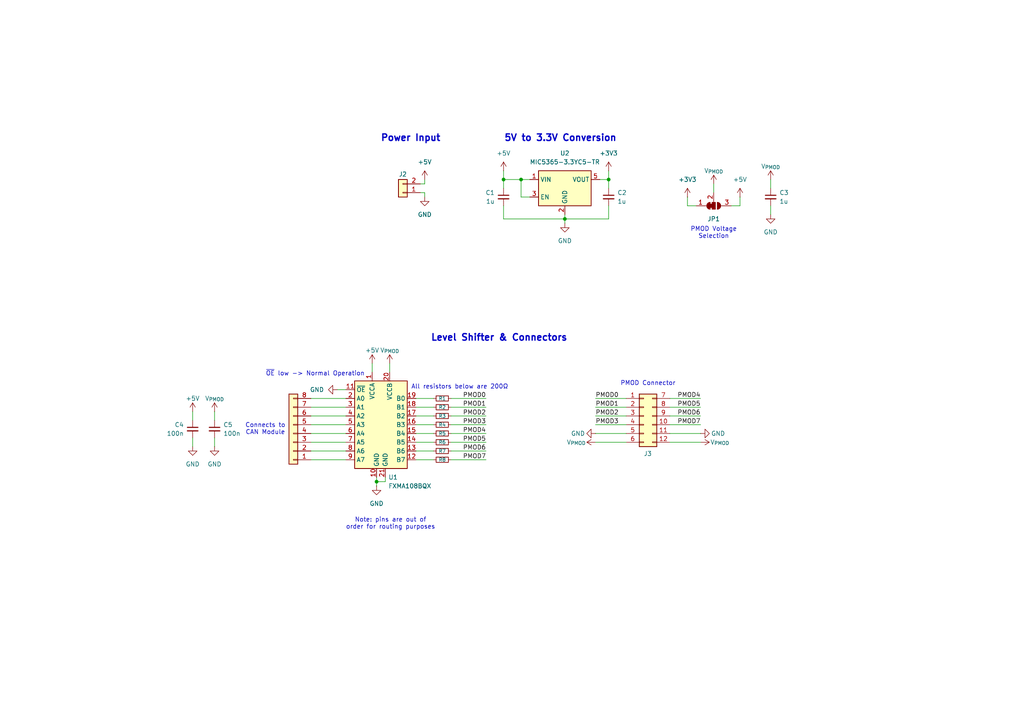
<source format=kicad_sch>
(kicad_sch (version 20250114) (generator "eeschema") (generator_version "9.0")
  (paper "A4")
  (lib_symbols
    (symbol "Connector_Generic:Conn_01x02" (pin_names (offset 1.016) (hide yes))
      (property "Reference" "J" (at 0 2.54 0))
      (property "Value" "Conn_01x02" (at 0 -5.08 0))
      (symbol "Conn_01x02_1_1"
        (rectangle (start -1.27 1.27) (end 1.27 -3.81) (stroke (width 0.254)) (fill (type background)))
        (rectangle (start -1.27 0.127) (end 0 -0.127) (stroke (width 0.1524)))
        (rectangle (start -1.27 -2.413) (end 0 -2.667) (stroke (width 0.1524)))
        (pin passive line (at -5.08 0 0) (length 3.81) (name "Pin_1") (number "1"))
        (pin passive line (at -5.08 -2.54 0) (length 3.81) (name "Pin_2") (number "2"))
      )
    )
    (symbol "Connector_Generic:Conn_01x08" (pin_names (offset 1.016) (hide yes))
      (property "Reference" "J" (at 0 10.16 0))
      (property "Value" "Conn_01x08" (at 0 -12.7 0))
      (symbol "Conn_01x08_1_1"
        (rectangle (start -1.27 8.89) (end 1.27 -11.43) (stroke (width 0.254)) (fill (type background)))
        (rectangle (start -1.27 7.747) (end 0 7.493) (stroke (width 0.1524)))
        (rectangle (start -1.27 5.207) (end 0 4.953) (stroke (width 0.1524)))
        (rectangle (start -1.27 2.667) (end 0 2.413) (stroke (width 0.1524)))
        (rectangle (start -1.27 0.127) (end 0 -0.127) (stroke (width 0.1524)))
        (rectangle (start -1.27 -2.413) (end 0 -2.667) (stroke (width 0.1524)))
        (rectangle (start -1.27 -4.953) (end 0 -5.207) (stroke (width 0.1524)))
        (rectangle (start -1.27 -7.493) (end 0 -7.747) (stroke (width 0.1524)))
        (rectangle (start -1.27 -10.033) (end 0 -10.287) (stroke (width 0.1524)))
        (pin passive line (at -5.08 7.62 0) (length 3.81) (name "Pin_1") (number "1"))
        (pin passive line (at -5.08 5.08 0) (length 3.81) (name "Pin_2") (number "2"))
        (pin passive line (at -5.08 2.54 0) (length 3.81) (name "Pin_3") (number "3"))
        (pin passive line (at -5.08 0 0) (length 3.81) (name "Pin_4") (number "4"))
        (pin passive line (at -5.08 -2.54 0) (length 3.81) (name "Pin_5") (number "5"))
        (pin passive line (at -5.08 -5.08 0) (length 3.81) (name "Pin_6") (number "6"))
        (pin passive line (at -5.08 -7.62 0) (length 3.81) (name "Pin_7") (number "7"))
        (pin passive line (at -5.08 -10.16 0) (length 3.81) (name "Pin_8") (number "8"))
      )
    )
    (symbol "Connector_Generic:Conn_02x06_Top_Bottom" (pin_names (offset 1.016) (hide yes))
      (property "Reference" "J" (at 1.27 7.62 0))
      (property "Value" "Conn_02x06_Top_Bottom" (at 1.27 -10.16 0))
      (symbol "Conn_02x06_Top_Bottom_1_1"
        (rectangle (start -1.27 6.35) (end 3.81 -8.89) (stroke (width 0.254)) (fill (type background)))
        (rectangle (start -1.27 5.207) (end 0 4.953) (stroke (width 0.1524)))
        (rectangle (start -1.27 2.667) (end 0 2.413) (stroke (width 0.1524)))
        (rectangle (start -1.27 0.127) (end 0 -0.127) (stroke (width 0.1524)))
        (rectangle (start -1.27 -2.413) (end 0 -2.667) (stroke (width 0.1524)))
        (rectangle (start -1.27 -4.953) (end 0 -5.207) (stroke (width 0.1524)))
        (rectangle (start -1.27 -7.493) (end 0 -7.747) (stroke (width 0.1524)))
        (rectangle (start 3.81 5.207) (end 2.54 4.953) (stroke (width 0.1524)))
        (rectangle (start 3.81 2.667) (end 2.54 2.413) (stroke (width 0.1524)))
        (rectangle (start 3.81 0.127) (end 2.54 -0.127) (stroke (width 0.1524)))
        (rectangle (start 3.81 -2.413) (end 2.54 -2.667) (stroke (width 0.1524)))
        (rectangle (start 3.81 -4.953) (end 2.54 -5.207) (stroke (width 0.1524)))
        (rectangle (start 3.81 -7.493) (end 2.54 -7.747) (stroke (width 0.1524)))
        (pin passive line (at -5.08 5.08 0) (length 3.81) (name "Pin_1") (number "1"))
        (pin passive line (at -5.08 2.54 0) (length 3.81) (name "Pin_2") (number "2"))
        (pin passive line (at -5.08 0 0) (length 3.81) (name "Pin_3") (number "3"))
        (pin passive line (at -5.08 -2.54 0) (length 3.81) (name "Pin_4") (number "4"))
        (pin passive line (at -5.08 -5.08 0) (length 3.81) (name "Pin_5") (number "5"))
        (pin passive line (at -5.08 -7.62 0) (length 3.81) (name "Pin_6") (number "6"))
        (pin passive line (at 7.62 5.08 180) (length 3.81) (name "Pin_7") (number "7"))
        (pin passive line (at 7.62 2.54 180) (length 3.81) (name "Pin_8") (number "8"))
        (pin passive line (at 7.62 0 180) (length 3.81) (name "Pin_9") (number "9"))
        (pin passive line (at 7.62 -2.54 180) (length 3.81) (name "Pin_10") (number "10"))
        (pin passive line (at 7.62 -5.08 180) (length 3.81) (name "Pin_11") (number "11"))
        (pin passive line (at 7.62 -7.62 180) (length 3.81) (name "Pin_12") (number "12"))
      )
    )
    (symbol "Device:C_Small" (pin_numbers (hide yes)) (pin_names (offset 0.254) (hide yes))
      (property "Reference" "C" (at 0.254 1.778 0))
      (property "Value" "C_Small" (at 0.254 -2.032 0))
      (symbol "C_Small_0_1"
        (polyline (pts (xy -1.524 0.508) (xy 1.524 0.508)) (stroke (width 0.3048)))
        (polyline (pts (xy -1.524 -0.508) (xy 1.524 -0.508)) (stroke (width 0.3302)))
      )
      (symbol "C_Small_1_1"
        (pin passive line (at 0 2.54 270) (length 2.032) (name "~") (number "1"))
        (pin passive line (at 0 -2.54 90) (length 2.032) (name "~") (number "2"))
      )
    )
    (symbol "Device:R_Small" (pin_numbers (hide yes)) (pin_names (offset 0.254) (hide yes))
      (property "Reference" "R" (at 0 0 90))
      (property "Value" "R_Small" (at 1.778 0 90))
      (symbol "R_Small_0_1"
        (rectangle (start -0.762 1.778) (end 0.762 -1.778) (stroke (width 0.2032)))
      )
      (symbol "R_Small_1_1"
        (pin passive line (at 0 2.54 270) (length 0.762) (name "~") (number "1"))
        (pin passive line (at 0 -2.54 90) (length 0.762) (name "~") (number "2"))
      )
    )
    (symbol "Jumper:SolderJumper_3_Bridged12" (pin_names (offset 0) (hide yes)) (in_bom no)
      (property "Reference" "JP" (at -2.54 -2.54 0))
      (property "Value" "SolderJumper_3_Bridged12" (at 0 2.794 0))
      (symbol "SolderJumper_3_Bridged12_0_1"
        (polyline (pts (xy -2.54 0) (xy -2.032 0)))
        (polyline (pts (xy -1.016 1.016) (xy -1.016 -1.016)))
        (rectangle (start -1.016 0.508) (end -0.508 -0.508) (fill (type outline)))
        (arc (start -1.016 -1.016) (mid -2.0276 0) (end -1.016 1.016))
        (arc (start -1.016 -1.016) (mid -2.0276 0) (end -1.016 1.016) (fill (type outline)))
        (rectangle (start -0.508 1.016) (end 0.508 -1.016) (fill (type outline)))
        (polyline (pts (xy 0 -1.27) (xy 0 -1.016)))
        (arc (start 1.016 1.016) (mid 2.0276 0) (end 1.016 -1.016))
        (arc (start 1.016 1.016) (mid 2.0276 0) (end 1.016 -1.016) (fill (type outline)))
        (polyline (pts (xy 1.016 1.016) (xy 1.016 -1.016)))
        (polyline (pts (xy 2.54 0) (xy 2.032 0)))
      )
      (symbol "SolderJumper_3_Bridged12_1_1"
        (pin passive line (at -5.08 0 0) (length 2.54) (name "A") (number "1"))
        (pin passive line (at 0 -3.81 90) (length 2.54) (name "C") (number "2"))
        (pin passive line (at 5.08 0 180) (length 2.54) (name "B") (number "3"))
      )
    )
    (symbol "Logic_LevelTranslator:FXMA108"
      (property "Reference" "U1" (at 2.1433 -15.24 0))
      (property "Value" "FXMA108BQX" (at 2.1433 -17.78 0))
      (symbol "FXMA108_1_1"
        (rectangle (start -7.62 12.7) (end 7.62 -12.7) (stroke (width 0.254)) (fill (type background)))
        (pin input line (at -10.16 10.16 0) (length 2.54) (name "~{OE}") (number "11"))
        (pin bidirectional line (at -10.16 7.62 0) (length 2.54) (name "A0") (number "2"))
        (pin bidirectional line (at -10.16 5.08 0) (length 2.54) (name "A1") (number "3"))
        (pin bidirectional line (at -10.16 2.54 0) (length 2.54) (name "A2") (number "4"))
        (pin bidirectional line (at -10.16 0 0) (length 2.54) (name "A3") (number "5"))
        (pin bidirectional line (at -10.16 -2.54 0) (length 2.54) (name "A4") (number "6"))
        (pin bidirectional line (at -10.16 -5.08 0) (length 2.54) (name "A5") (number "7"))
        (pin bidirectional line (at -10.16 -7.62 0) (length 2.54) (name "A6") (number "8"))
        (pin bidirectional line (at -10.16 -10.16 0) (length 2.54) (name "A7") (number "9"))
        (pin power_in line (at -2.54 15.24 270) (length 2.54) (name "VCCA") (number "1"))
        (pin power_in line (at -1.27 -15.24 90) (length 2.54) (name "GND") (number "10"))
        (pin power_in line (at 1.27 -15.24 90) (length 2.54) (name "GND") (number "21"))
        (pin power_in line (at 2.54 15.24 270) (length 2.54) (name "VCCB") (number "20"))
        (pin no_connect line (at 2.54 -12.7 90) (length 2.54) (hide yes) (name "NC") (number "21"))
        (pin bidirectional line (at 10.16 7.62 180) (length 2.54) (name "B0") (number "19"))
        (pin bidirectional line (at 10.16 5.08 180) (length 2.54) (name "B1") (number "18"))
        (pin bidirectional line (at 10.16 2.54 180) (length 2.54) (name "B2") (number "17"))
        (pin bidirectional line (at 10.16 0 180) (length 2.54) (name "B3") (number "16"))
        (pin bidirectional line (at 10.16 -2.54 180) (length 2.54) (name "B4") (number "15"))
        (pin bidirectional line (at 10.16 -5.08 180) (length 2.54) (name "B5") (number "14"))
        (pin bidirectional line (at 10.16 -7.62 180) (length 2.54) (name "B6") (number "13"))
        (pin bidirectional line (at 10.16 -10.16 180) (length 2.54) (name "B7") (number "12"))
      )
    )
    (symbol "Regulator_Linear:MIC5365-3.3YC5"
      (property "Reference" "U" (at -6.35 6.35 0))
      (property "Value" "MIC5365-3.3YC5" (at 0 6.35 0))
      (symbol "MIC5365-3.3YC5_0_1"
        (rectangle (start -7.62 -5.08) (end 7.62 5.08) (stroke (width 0.254)) (fill (type background)))
      )
      (symbol "MIC5365-3.3YC5_1_1"
        (pin power_in line (at -10.16 2.54 0) (length 2.54) (name "VIN") (number "1"))
        (pin input line (at -10.16 -2.54 0) (length 2.54) (name "EN") (number "3"))
        (pin power_in line (at 0 -7.62 90) (length 2.54) (name "GND") (number "2"))
        (pin no_connect line (at 7.62 -2.54 180) (length 2.54) (hide yes) (name "NC") (number "4"))
        (pin power_out line (at 10.16 2.54 180) (length 2.54) (name "VOUT") (number "5"))
      )
    )
    (symbol "power:+3V3" (power) (pin_numbers (hide yes)) (pin_names (offset 0) (hide yes))
      (property "Value" "+3V3" (at 0 3.556 0))
      (symbol "+3V3_0_1"
        (polyline (pts (xy -0.762 1.27) (xy 0 2.54)))
        (polyline (pts (xy 0 2.54) (xy 0.762 1.27)))
        (polyline (pts (xy 0 0) (xy 0 2.54)))
      )
      (symbol "+3V3_1_1"
        (pin power_in line (at 0 0 90) (length 0) (name "~") (number "1"))
      )
    )
    (symbol "power:+5V" (power) (pin_numbers (hide yes)) (pin_names (offset 0) (hide yes))
      (property "Value" "+5V" (at 0 3.556 0))
      (symbol "+5V_0_1"
        (polyline (pts (xy -0.762 1.27) (xy 0 2.54)))
        (polyline (pts (xy 0 2.54) (xy 0.762 1.27)))
        (polyline (pts (xy 0 0) (xy 0 2.54)))
      )
      (symbol "+5V_1_1"
        (pin power_in line (at 0 0 90) (length 0) (name "~") (number "1"))
      )
    )
    (symbol "power:GND" (power) (pin_numbers (hide yes)) (pin_names (offset 0) (hide yes))
      (property "Value" "GND" (at 0 -3.81 0))
      (symbol "GND_0_1"
        (polyline (pts (xy 0 0) (xy 0 -1.27) (xy 1.27 -1.27) (xy 0 -2.54) (xy -1.27 -1.27) (xy 0 -1.27)))
      )
      (symbol "GND_1_1"
        (pin power_in line (at 0 0 270) (length 0) (name "~") (number "1"))
      )
    )
  )
  (text "Power Input" (at 119.126 40.132 0) (effects (font (size 1.905 1.905) (thickness 0.381) (bold yes))))
  (text "Note: pins are out of\norder for routing purposes" (at 113.284 151.892 0) (effects (font (size 1.27 1.27))))
  (text "All resistors below are 200Ω" (at 133.35 112.268 0) (effects (font (size 1.27 1.27))))
  (text "Connects to\nCAN Module" (at 76.962 124.46 0) (effects (font (size 1.27 1.27))))
  (text "PMOD Voltage\nSelection" (at 207.01 67.564 0) (effects (font (size 1.27 1.27))))
  (text "Level Shifter & Connectors" (at 144.78 98.044 0) (effects (font (size 1.905 1.905) (thickness 0.381) (bold yes))))
  (text "~{OE} low -> Normal Operation" (at 91.44 108.458 0) (effects (font (size 1.27 1.27))))
  (text "5V to 3.3V Conversion" (at 162.56 40.132 0) (effects (font (size 1.905 1.905) (thickness 0.381) (bold yes))))
  (text "PMOD Connector" (at 187.96 111.252 0) (effects (font (size 1.27 1.27))))
  (junction (at 163.83 63.5))
  (junction (at 109.22 139.7))
  (junction (at 151.13 52.07))
  (junction (at 146.05 52.07))
  (junction (at 176.53 52.07))
  (wire (pts (xy 125.73 120.65) (xy 120.65 120.65)))
  (wire (pts (xy 90.17 125.73) (xy 100.33 125.73)))
  (wire (pts (xy 123.19 57.15) (xy 123.19 55.88)))
  (wire (pts (xy 121.92 55.88) (xy 123.19 55.88)))
  (wire (pts (xy 125.73 118.11) (xy 120.65 118.11)))
  (wire (pts (xy 151.13 52.07) (xy 146.05 52.07)))
  (wire (pts (xy 146.05 52.07) (xy 146.05 54.61)))
  (wire (pts (xy 62.23 119.38) (xy 62.23 121.92)))
  (wire (pts (xy 90.17 133.35) (xy 100.33 133.35)))
  (wire (pts (xy 90.17 120.65) (xy 100.33 120.65)))
  (wire (pts (xy 146.05 59.69) (xy 146.05 63.5)))
  (wire (pts (xy 140.97 123.19) (xy 130.81 123.19)))
  (wire (pts (xy 153.67 57.15) (xy 151.13 57.15)))
  (wire (pts (xy 172.72 125.73) (xy 181.61 125.73)))
  (wire (pts (xy 140.97 133.35) (xy 130.81 133.35)))
  (wire (pts (xy 181.61 123.19) (xy 172.72 123.19)))
  (wire (pts (xy 146.05 49.53) (xy 146.05 52.07)))
  (wire (pts (xy 223.52 52.07) (xy 223.52 54.61)))
  (wire (pts (xy 140.97 118.11) (xy 130.81 118.11)))
  (wire (pts (xy 90.17 118.11) (xy 100.33 118.11)))
  (wire (pts (xy 194.31 118.11) (xy 203.2 118.11)))
  (wire (pts (xy 107.95 105.41) (xy 107.95 107.95)))
  (wire (pts (xy 55.88 127) (xy 55.88 129.54)))
  (wire (pts (xy 121.92 53.34) (xy 123.19 53.34)))
  (wire (pts (xy 62.23 127) (xy 62.23 129.54)))
  (wire (pts (xy 90.17 128.27) (xy 100.33 128.27)))
  (wire (pts (xy 109.22 139.7) (xy 109.22 140.97)))
  (wire (pts (xy 181.61 118.11) (xy 172.72 118.11)))
  (wire (pts (xy 146.05 63.5) (xy 163.83 63.5)))
  (wire (pts (xy 123.19 52.07) (xy 123.19 53.34)))
  (wire (pts (xy 151.13 52.07) (xy 151.13 57.15)))
  (wire (pts (xy 90.17 130.81) (xy 100.33 130.81)))
  (wire (pts (xy 176.53 49.53) (xy 176.53 52.07)))
  (wire (pts (xy 111.76 139.7) (xy 111.76 138.43)))
  (wire (pts (xy 203.2 125.73) (xy 194.31 125.73)))
  (wire (pts (xy 176.53 59.69) (xy 176.53 63.5)))
  (wire (pts (xy 125.73 125.73) (xy 120.65 125.73)))
  (wire (pts (xy 140.97 120.65) (xy 130.81 120.65)))
  (wire (pts (xy 163.83 63.5) (xy 163.83 64.77)))
  (wire (pts (xy 201.93 59.69) (xy 199.39 59.69)))
  (wire (pts (xy 176.53 52.07) (xy 173.99 52.07)))
  (wire (pts (xy 109.22 139.7) (xy 111.76 139.7)))
  (wire (pts (xy 194.31 115.57) (xy 203.2 115.57)))
  (wire (pts (xy 214.63 59.69) (xy 212.09 59.69)))
  (wire (pts (xy 153.67 52.07) (xy 151.13 52.07)))
  (wire (pts (xy 140.97 125.73) (xy 130.81 125.73)))
  (wire (pts (xy 214.63 57.15) (xy 214.63 59.69)))
  (wire (pts (xy 181.61 120.65) (xy 172.72 120.65)))
  (wire (pts (xy 203.2 128.27) (xy 194.31 128.27)))
  (wire (pts (xy 207.01 53.34) (xy 207.01 55.88)))
  (wire (pts (xy 163.83 62.23) (xy 163.83 63.5)))
  (wire (pts (xy 55.88 119.38) (xy 55.88 121.92)))
  (wire (pts (xy 113.03 105.41) (xy 113.03 107.95)))
  (wire (pts (xy 109.22 138.43) (xy 109.22 139.7)))
  (wire (pts (xy 223.52 59.69) (xy 223.52 62.23)))
  (wire (pts (xy 90.17 115.57) (xy 100.33 115.57)))
  (wire (pts (xy 125.73 130.81) (xy 120.65 130.81)))
  (wire (pts (xy 140.97 115.57) (xy 130.81 115.57)))
  (wire (pts (xy 90.17 123.19) (xy 100.33 123.19)))
  (wire (pts (xy 125.73 123.19) (xy 120.65 123.19)))
  (wire (pts (xy 176.53 54.61) (xy 176.53 52.07)))
  (wire (pts (xy 194.31 120.65) (xy 203.2 120.65)))
  (wire (pts (xy 140.97 130.81) (xy 130.81 130.81)))
  (wire (pts (xy 97.79 113.03) (xy 100.33 113.03)))
  (wire (pts (xy 125.73 128.27) (xy 120.65 128.27)))
  (wire (pts (xy 199.39 59.69) (xy 199.39 57.15)))
  (wire (pts (xy 176.53 63.5) (xy 163.83 63.5)))
  (wire (pts (xy 140.97 128.27) (xy 130.81 128.27)))
  (wire (pts (xy 194.31 123.19) (xy 203.2 123.19)))
  (wire (pts (xy 125.73 133.35) (xy 120.65 133.35)))
  (wire (pts (xy 125.73 115.57) (xy 120.65 115.57)))
  (wire (pts (xy 172.72 128.27) (xy 181.61 128.27)))
  (wire (pts (xy 181.61 115.57) (xy 172.72 115.57)))
  (label "PMOD4" (at 140.97 125.73 180))
  (label "PMOD6" (at 140.97 130.81 180))
  (label "PMOD7" (at 203.2 123.19 180))
  (label "PMOD0" (at 140.97 115.57 180))
  (label "PMOD5" (at 140.97 128.27 180))
  (label "PMOD3" (at 172.72 123.19 0))
  (label "PMOD7" (at 140.97 133.35 180))
  (label "PMOD1" (at 172.72 118.11 0))
  (label "PMOD2" (at 172.72 120.65 0))
  (label "PMOD1" (at 140.97 118.11 180))
  (label "PMOD5" (at 203.2 118.11 180))
  (label "PMOD0" (at 172.72 115.57 0))
  (label "PMOD2" (at 140.97 120.65 180))
  (label "PMOD4" (at 203.2 115.57 180))
  (label "PMOD3" (at 140.97 123.19 180))
  (label "PMOD6" (at 203.2 120.65 180))
  (symbol (lib_id "power:GND") (at 97.79 113.03 270) (unit 1)
    (property "Reference" "#PWR022" (effects (hide yes)))
    (property "Value" "GND" (at 93.98 113.0299 90) (effects (justify right)))
    (property "Description" "Power symbol creates a global label with name \"GND\" , ground" (effects (hide yes)))
  )
  (symbol (lib_id "power:+3V3") (at 207.01 53.34 0) (unit 1)
    (property "Reference" "#PWR015" (effects (hide yes)))
    (property "Value" "V_{PMOD}" (at 207.01 49.53 0))
    (property "Description" "Power symbol creates a global label with name \"+3V3\"" (effects (hide yes)))
  )
  (symbol (lib_id "Connector_Generic:Conn_01x02") (at 116.84 55.88 180) (unit 1)
    (property "Reference" "J2" (at 116.84 50.546 0))
    (property "Value" "Conn_01x02" (effects (hide yes)))
    (property "Footprint" "Connector_PinSocket_1.27mm:PinSocket_1x02_P1.27mm_Vertical" (effects (hide yes)))
    (property "Description" "Generic connector, single row, 01x02, script generated (kicad-library-utils/schlib/autogen/connector/)" (effects (hide yes)))
  )
  (symbol (lib_id "power:GND") (at 123.19 57.15 0) (unit 1)
    (property "Reference" "#PWR02" (effects (hide yes)))
    (property "Value" "GND" (at 123.19 62.23 0))
    (property "Description" "Power symbol creates a global label with name \"GND\" , ground" (effects (hide yes)))
  )
  (symbol (lib_id "power:+3V3") (at 199.39 57.15 0) (unit 1)
    (property "Reference" "#PWR011" (effects (hide yes)))
    (property "Value" "+3V3" (at 199.39 52.07 0))
    (property "Description" "Power symbol creates a global label with name \"+3V3\"" (effects (hide yes)))
  )
  (symbol (lib_id "Connector_Generic:Conn_01x08") (at 85.09 125.73 180) (unit 1)
    (property "Reference" "J1" (effects (hide yes)))
    (property "Value" "Conn_01x08" (effects (hide yes)))
    (property "Footprint" "Connector_PinSocket_1.27mm:PinSocket_1x08_P1.27mm_Vertical" (effects (hide yes)))
    (property "Description" "Generic connector, single row, 01x08, script generated (kicad-library-utils/schlib/autogen/connector/)" (effects (hide yes)))
  )
  (symbol (lib_id "Device:R_Small") (at 128.27 125.73 90) (unit 1)
    (property "Reference" "R5" (at 128.27 125.73 90) (effects (font (size 1.016 1.016))))
    (property "Value" "200" (effects (hide yes)))
    (property "Footprint" "Resistor_SMD:R_0402_1005Metric" (effects (hide yes)))
    (property "Description" "Resistor, small symbol" (effects (hide yes)))
  )
  (symbol (lib_id "power:+3V3") (at 62.23 119.38 0) (unit 1)
    (property "Reference" "#PWR020" (effects (hide yes)))
    (property "Value" "V_{PMOD}" (at 62.23 115.57 0))
    (property "Description" "Power symbol creates a global label with name \"+3V3\"" (effects (hide yes)))
  )
  (symbol (lib_id "Device:C_Small") (at 62.23 124.46 0) (mirror y) (unit 1)
    (property "Reference" "C5" (at 64.77 123.1962 0) (effects (justify right)))
    (property "Value" "100n" (at 64.77 125.7362 0) (effects (justify right)))
    (property "Footprint" "Capacitor_SMD:C_0402_1005Metric" (effects (hide yes)))
    (property "Description" "Unpolarized capacitor, small symbol" (effects (hide yes)))
  )
  (symbol (lib_id "Device:R_Small") (at 128.27 123.19 90) (unit 1)
    (property "Reference" "R4" (at 128.27 123.19 90) (effects (font (size 1.016 1.016))))
    (property "Value" "200" (effects (hide yes)))
    (property "Footprint" "Resistor_SMD:R_0402_1005Metric" (effects (hide yes)))
    (property "Description" "Resistor, small symbol" (effects (hide yes)))
  )
  (symbol (lib_id "power:GND") (at 109.22 140.97 0) (unit 1)
    (property "Reference" "#PWR03" (effects (hide yes)))
    (property "Value" "GND" (at 109.22 146.05 0))
    (property "Description" "Power symbol creates a global label with name \"GND\" , ground" (effects (hide yes)))
  )
  (symbol (lib_id "Device:R_Small") (at 128.27 133.35 90) (unit 1)
    (property "Reference" "R8" (at 128.27 133.35 90) (effects (font (size 1.016 1.016))))
    (property "Value" "200" (effects (hide yes)))
    (property "Footprint" "Resistor_SMD:R_0402_1005Metric" (effects (hide yes)))
    (property "Description" "Resistor, small symbol" (effects (hide yes)))
  )
  (symbol (lib_id "power:+5V") (at 107.95 105.41 0) (unit 1)
    (property "Reference" "#PWR04" (effects (hide yes)))
    (property "Value" "+5V" (at 107.95 101.6 0))
    (property "Description" "Power symbol creates a global label with name \"+5V\"" (effects (hide yes)))
  )
  (symbol (lib_id "Regulator_Linear:MIC5365-3.3YC5") (at 163.83 54.61 0) (unit 1)
    (property "Reference" "U2" (at 163.83 44.45 0))
    (property "Value" "MIC5365-3.3YC5-TR" (at 163.83 46.99 0))
    (property "Footprint" "Package_TO_SOT_SMD:SOT-353_SC-70-5" (effects (hide yes)))
    (property "Datasheet" "https://ww1.microchip.com/downloads/aemDocuments/documents/APID/ProductDocuments/DataSheets/MIC5365-6-High-Performance-Single-150mA-LDO-DS20006605A.pdf" (effects (hide yes)))
    (property "Description" "150mA Low-dropout Voltage Regulator, Vout 3.3V, Vin up to 5.5V, SC-70-5" (effects (hide yes)))
  )
  (symbol (lib_id "power:GND") (at 203.2 125.73 90) (mirror x) (unit 1)
    (property "Reference" "#PWR012" (effects (hide yes)))
    (property "Value" "GND" (at 208.28 125.73 90))
    (property "Description" "Power symbol creates a global label with name \"GND\" , ground" (effects (hide yes)))
  )
  (symbol (lib_id "power:+3V3") (at 203.2 128.27 270) (unit 1)
    (property "Reference" "#PWR08" (effects (hide yes)))
    (property "Value" "V_{PMOD}" (at 208.788 128.27 90))
    (property "Description" "Power symbol creates a global label with name \"+3V3\"" (effects (hide yes)))
  )
  (symbol (lib_id "power:GND") (at 223.52 62.23 0) (unit 1)
    (property "Reference" "#PWR017" (effects (hide yes)))
    (property "Value" "GND" (at 223.52 67.31 0))
    (property "Description" "Power symbol creates a global label with name \"GND\" , ground" (effects (hide yes)))
  )
  (symbol (lib_id "Connector_Generic:Conn_02x06_Top_Bottom") (at 186.69 120.65 0) (unit 1)
    (property "Reference" "J3" (at 186.69 131.572 0) (effects (justify left)))
    (property "Value" "Conn_02x06_Top_Bottom" (effects (hide yes)))
    (property "Footprint" "Connector_PinSocket_2.54mm:PinSocket_2x06_P2.54mm_Horizontal" (effects (hide yes)))
    (property "Description" "Generic connector, double row, 02x06, top/bottom pin numbering scheme (row 1: 1...pins_per_row, row2: pins_per_row+1 ... num_pins), script generated (kicad-library-utils/schlib/autogen/connector/)" (effects (hide yes)))
  )
  (symbol (lib_id "Device:C_Small") (at 55.88 124.46 0) (unit 1)
    (property "Reference" "C4" (at 53.34 123.1962 0) (effects (justify right)))
    (property "Value" "100n" (at 53.34 125.7362 0) (effects (justify right)))
    (property "Footprint" "Capacitor_SMD:C_0402_1005Metric" (effects (hide yes)))
    (property "Description" "Unpolarized capacitor, small symbol" (effects (hide yes)))
  )
  (symbol (lib_id "power:+3V3") (at 223.52 52.07 0) (unit 1)
    (property "Reference" "#PWR016" (effects (hide yes)))
    (property "Value" "V_{PMOD}" (at 223.52 48.26 0))
    (property "Description" "Power symbol creates a global label with name \"+3V3\"" (effects (hide yes)))
  )
  (symbol (lib_id "power:+3V3") (at 176.53 49.53 0) (unit 1)
    (property "Reference" "#PWR07" (effects (hide yes)))
    (property "Value" "+3V3" (at 176.53 44.45 0))
    (property "Description" "Power symbol creates a global label with name \"+3V3\"" (effects (hide yes)))
  )
  (symbol (lib_id "Device:R_Small") (at 128.27 120.65 90) (unit 1)
    (property "Reference" "R3" (at 128.27 120.65 90) (effects (font (size 1.016 1.016))))
    (property "Value" "200" (effects (hide yes)))
    (property "Footprint" "Resistor_SMD:R_0402_1005Metric" (effects (hide yes)))
    (property "Description" "Resistor, small symbol" (effects (hide yes)))
  )
  (symbol (lib_id "power:GND") (at 62.23 129.54 0) (unit 1)
    (property "Reference" "#PWR021" (effects (hide yes)))
    (property "Value" "GND" (at 62.23 134.62 0))
    (property "Description" "Power symbol creates a global label with name \"GND\" , ground" (effects (hide yes)))
  )
  (symbol (lib_id "power:+3V3") (at 113.03 105.41 0) (unit 1)
    (property "Reference" "#PWR05" (effects (hide yes)))
    (property "Value" "V_{PMOD}" (at 113.03 101.6 0))
    (property "Description" "Power symbol creates a global label with name \"+3V3\"" (effects (hide yes)))
  )
  (symbol (lib_id "Device:R_Small") (at 128.27 128.27 90) (unit 1)
    (property "Reference" "R6" (at 128.27 128.27 90) (effects (font (size 1.016 1.016))))
    (property "Value" "200" (effects (hide yes)))
    (property "Footprint" "Resistor_SMD:R_0402_1005Metric" (effects (hide yes)))
    (property "Description" "Resistor, small symbol" (effects (hide yes)))
  )
  (symbol (lib_id "Device:C_Small") (at 176.53 57.15 0) (mirror y) (unit 1)
    (property "Reference" "C2" (at 179.07 55.8862 0) (effects (justify right)))
    (property "Value" "1u" (at 179.07 58.4262 0) (effects (justify right)))
    (property "Footprint" "Capacitor_SMD:C_0402_1005Metric" (effects (hide yes)))
    (property "Description" "Unpolarized capacitor, small symbol" (effects (hide yes)))
  )
  (symbol (lib_id "Device:R_Small") (at 128.27 118.11 90) (unit 1)
    (property "Reference" "R2" (at 128.27 118.11 90) (effects (font (size 1.016 1.016))))
    (property "Value" "200" (effects (hide yes)))
    (property "Footprint" "Resistor_SMD:R_0402_1005Metric" (effects (hide yes)))
    (property "Description" "Resistor, small symbol" (effects (hide yes)))
  )
  (symbol (lib_id "Device:C_Small") (at 146.05 57.15 0) (unit 1)
    (property "Reference" "C1" (at 143.51 55.8862 0) (effects (justify right)))
    (property "Value" "1u" (at 143.51 58.4262 0) (effects (justify right)))
    (property "Footprint" "Capacitor_SMD:C_0402_1005Metric" (effects (hide yes)))
    (property "Description" "Unpolarized capacitor, small symbol" (effects (hide yes)))
  )
  (symbol (lib_id "Logic_LevelTranslator:FXMA108") (at 110.49 123.19 0) (unit 1)
    (property "Reference" "U1" (at 112.6333 138.43 0) (effects (justify left)))
    (property "Value" "FXMA108BQX" (at 112.6333 140.97 0) (effects (justify left)))
    (property "Footprint" "Package_DFN_QFN:WQFN-20-1EP_2.5x4.5mm_P0.5mm_EP1x2.9mm" (effects (hide yes)))
    (property "Datasheet" "http://www.onsemi.com/pub/Collateral/FXMA108-D.pdf" (effects (hide yes)))
    (property "Description" "Dual-Supply, 8-Bit Signal Translator with Configurable Voltage Supplies and Signals Levels, 3-State Outputs and Auto Direction Sensing, WQFN-20" (effects (hide yes)))
  )
  (symbol (lib_id "power:GND") (at 163.83 64.77 0) (unit 1)
    (property "Reference" "#PWR010" (effects (hide yes)))
    (property "Value" "GND" (at 163.83 69.85 0))
    (property "Description" "Power symbol creates a global label with name \"GND\" , ground" (effects (hide yes)))
  )
  (symbol (lib_id "Jumper:SolderJumper_3_Bridged12") (at 207.01 59.69 0) (mirror x) (unit 1) (in_bom no)
    (property "Reference" "JP1" (at 207.01 63.5 0))
    (property "Value" "SolderJumper_3_Bridged12" (effects (hide yes)))
    (property "Footprint" "Jumper:SolderJumper-3_P1.3mm_Bridged12_RoundedPad1.0x1.5mm" (effects (hide yes)))
    (property "Description" "3-pole Solder Jumper, pins 1+2 closed/bridged" (effects (hide yes)))
  )
  (symbol (lib_id "power:+3V3") (at 172.72 128.27 90) (unit 1)
    (property "Reference" "#PWR013" (effects (hide yes)))
    (property "Value" "V_{PMOD}" (at 167.132 128.27 90))
    (property "Description" "Power symbol creates a global label with name \"+3V3\"" (effects (hide yes)))
  )
  (symbol (lib_id "power:GND") (at 172.72 125.73 270) (unit 1)
    (property "Reference" "#PWR09" (effects (hide yes)))
    (property "Value" "GND" (at 167.64 125.73 90))
    (property "Description" "Power symbol creates a global label with name \"GND\" , ground" (effects (hide yes)))
  )
  (symbol (lib_id "power:+5V") (at 214.63 57.15 0) (unit 1)
    (property "Reference" "#PWR014" (effects (hide yes)))
    (property "Value" "+5V" (at 214.63 52.07 0))
    (property "Description" "Power symbol creates a global label with name \"+5V\"" (effects (hide yes)))
  )
  (symbol (lib_id "power:GND") (at 55.88 129.54 0) (mirror y) (unit 1)
    (property "Reference" "#PWR019" (effects (hide yes)))
    (property "Value" "GND" (at 55.88 134.62 0))
    (property "Description" "Power symbol creates a global label with name \"GND\" , ground" (effects (hide yes)))
  )
  (symbol (lib_id "Device:C_Small") (at 223.52 57.15 0) (mirror y) (unit 1)
    (property "Reference" "C3" (at 226.06 55.8862 0) (effects (justify right)))
    (property "Value" "1u" (at 226.06 58.4262 0) (effects (justify right)))
    (property "Footprint" "Capacitor_SMD:C_0402_1005Metric" (effects (hide yes)))
    (property "Description" "Unpolarized capacitor, small symbol" (effects (hide yes)))
  )
  (symbol (lib_id "Device:R_Small") (at 128.27 130.81 90) (unit 1)
    (property "Reference" "R7" (at 128.27 130.81 90) (effects (font (size 1.016 1.016))))
    (property "Value" "200" (effects (hide yes)))
    (property "Footprint" "Resistor_SMD:R_0402_1005Metric" (effects (hide yes)))
    (property "Description" "Resistor, small symbol" (effects (hide yes)))
  )
  (symbol (lib_id "power:+5V") (at 55.88 119.38 0) (unit 1)
    (property "Reference" "#PWR018" (effects (hide yes)))
    (property "Value" "+5V" (at 55.88 115.57 0))
    (property "Description" "Power symbol creates a global label with name \"+5V\"" (effects (hide yes)))
  )
  (symbol (lib_id "power:+5V") (at 146.05 49.53 0) (unit 1)
    (property "Reference" "#PWR06" (effects (hide yes)))
    (property "Value" "+5V" (at 146.05 44.45 0))
    (property "Description" "Power symbol creates a global label with name \"+5V\"" (effects (hide yes)))
  )
  (symbol (lib_id "power:+5V") (at 123.19 52.07 0) (unit 1)
    (property "Reference" "#PWR01" (effects (hide yes)))
    (property "Value" "+5V" (at 123.19 46.99 0))
    (property "Description" "Power symbol creates a global label with name \"+5V\"" (effects (hide yes)))
  )
  (symbol (lib_id "Device:R_Small") (at 128.27 115.57 90) (unit 1)
    (property "Reference" "R1" (at 128.27 115.57 90) (effects (font (size 1.016 1.016))))
    (property "Value" "200" (effects (hide yes)))
    (property "Footprint" "Resistor_SMD:R_0402_1005Metric" (effects (hide yes)))
    (property "Description" "Resistor, small symbol" (effects (hide yes)))
  )
)
</source>
